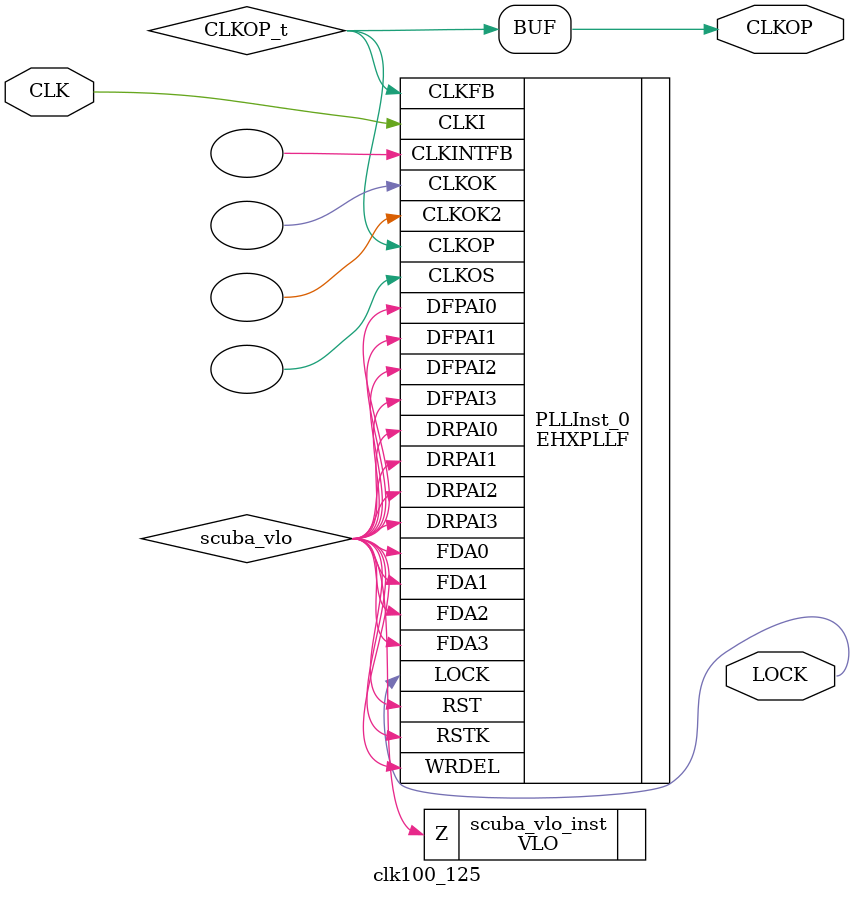
<source format=v>
/* Verilog netlist generated by SCUBA Diamond_2.2_Production (99) */
/* Module Version: 5.4 */
/* C:\lscc\diamond\2.2_x64\ispfpga\bin\nt64\scuba.exe -w -n clk100_125 -lang verilog -synth synplify -arch ep5c00 -type pll -fin 100 -phase_cntl STATIC -fclkop 125 -fclkop_tol 0.0 -fb_mode CLOCKTREE -noclkos -noclkok -norst -noclkok2 -bw -e  */
/* Fri Dec 27 22:05:04 2013 */


`timescale 1 ns / 1 ps
module clk100_125 (CLK, CLKOP, LOCK)/* synthesis syn_noprune=1 *//* synthesis NGD_DRC_MASK=1 */;// exemplar attribute clk100_125 dont_touch true 
    input wire CLK;
    output wire CLKOP;
    output wire LOCK;

    wire CLKOP_t;
    wire scuba_vlo;

    VLO scuba_vlo_inst (.Z(scuba_vlo));

    defparam PLLInst_0.FEEDBK_PATH = "CLKOP" ;
    defparam PLLInst_0.CLKOK_BYPASS = "DISABLED" ;
    defparam PLLInst_0.CLKOS_BYPASS = "DISABLED" ;
    defparam PLLInst_0.CLKOP_BYPASS = "DISABLED" ;
    defparam PLLInst_0.CLKOK_INPUT = "CLKOP" ;
    defparam PLLInst_0.DELAY_PWD = "DISABLED" ;
    defparam PLLInst_0.DELAY_VAL = 0 ;
    defparam PLLInst_0.CLKOS_TRIM_DELAY = 0 ;
    defparam PLLInst_0.CLKOS_TRIM_POL = "RISING" ;
    defparam PLLInst_0.CLKOP_TRIM_DELAY = 0 ;
    defparam PLLInst_0.CLKOP_TRIM_POL = "RISING" ;
    defparam PLLInst_0.PHASE_DELAY_CNTL = "STATIC" ;
    defparam PLLInst_0.DUTY = 8 ;
    defparam PLLInst_0.PHASEADJ = "0.0" ;
    defparam PLLInst_0.CLKOK_DIV = 2 ;
    defparam PLLInst_0.CLKOP_DIV = 8 ;
    defparam PLLInst_0.CLKFB_DIV = 5 ;
    defparam PLLInst_0.CLKI_DIV = 4 ;
    defparam PLLInst_0.FIN = "100.000000" ;
    EHXPLLF PLLInst_0 (.CLKI(CLK), .CLKFB(CLKOP_t), .RST(scuba_vlo), .RSTK(scuba_vlo), 
        .WRDEL(scuba_vlo), .DRPAI3(scuba_vlo), .DRPAI2(scuba_vlo), .DRPAI1(scuba_vlo), 
        .DRPAI0(scuba_vlo), .DFPAI3(scuba_vlo), .DFPAI2(scuba_vlo), .DFPAI1(scuba_vlo), 
        .DFPAI0(scuba_vlo), .FDA3(scuba_vlo), .FDA2(scuba_vlo), .FDA1(scuba_vlo), 
        .FDA0(scuba_vlo), .CLKOP(CLKOP_t), .CLKOS(), .CLKOK(), .CLKOK2(), 
        .LOCK(LOCK), .CLKINTFB())
             /* synthesis FREQUENCY_PIN_CLKOP="125.000000" */
             /* synthesis FREQUENCY_PIN_CLKI="100.000000" */;

    assign CLKOP = CLKOP_t;


    // exemplar begin
    // exemplar attribute PLLInst_0 FREQUENCY_PIN_CLKOP 125.000000
    // exemplar attribute PLLInst_0 FREQUENCY_PIN_CLKI 100.000000
    // exemplar end

endmodule

</source>
